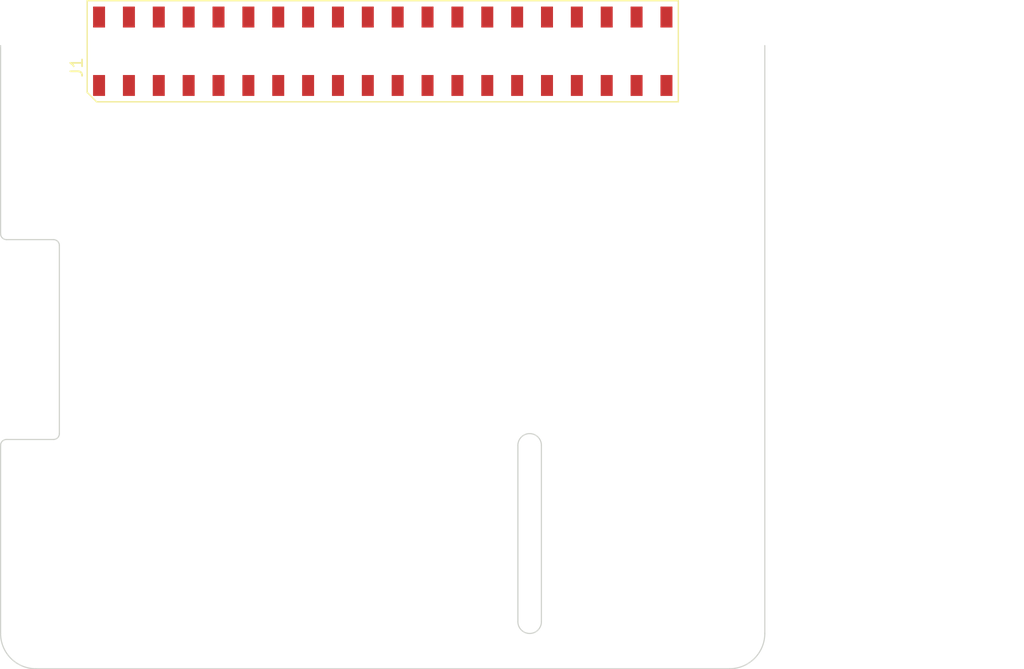
<source format=kicad_pcb>
(kicad_pcb (version 20240108) (generator "pcbnew") (generator_version "8.0")
  (title_block (date "15 nov 2012"))
  (layers (0 "F.Cu" signal) (31 "B.Cu" signal) (34 "B.Paste" user) (35 "F.Paste" user) (36 "B.SilkS" user "B.Silkscreen") (37 "F.SilkS" user "F.Silkscreen") (38 "B.Mask" user) (39 "F.Mask" user) (44 "Edge.Cuts" user))
  (net 0 "")
  (footprint "MountingHole:MountingHole_2.7mm_M2.5" (layer "F.Cu") (at 161.5 47.5)
    (property "Reference" "MH2" (hide yes))
    (property "Value" "MountingHole_2.7mm_M2.5" (hide yes))
    (pad "" np_thru_hole circle (at 0 0) (size 2.7 2.7) (drill 2.7) (layers "*.Cu" "*.Mask"))
  )
  (footprint "MountingHole:MountingHole_2.7mm_M2.5" (layer "F.Cu") (at 103.5 96.5)
    (property "Reference" "MH3" (hide yes))
    (property "Value" "MountingHole_2.7mm_M2.5" (hide yes))
    (pad "" np_thru_hole circle (at 0 0) (size 2.7 2.7) (drill 2.7) (layers "*.Cu" "*.Mask"))
  )
  (footprint "MountingHole:MountingHole_2.7mm_M2.5" (layer "F.Cu") (at 103.5 47.5)
    (property "Reference" "MH1" (hide yes))
    (property "Value" "MountingHole_2.7mm_M2.5" (hide yes))
    (pad "" np_thru_hole circle (at 0 0) (size 2.7 2.7) (drill 2.7) (layers "*.Cu" "*.Mask"))
  )
  (footprint "ch:Harwin M20-7812045" (layer "F.Cu") (at 108.375 48.75 90)
    (property "Reference" "J1" (at -0.1 -1.9 -90) (layer "F.SilkS"))
    (property "Value" "GPIO" (hide yes))
    (fp_line (start 5.57 -1.01) (end 5.57 49.27) (stroke (width 0.12)) (layer "F.SilkS"))
    (fp_line (start -2.23 -1.01) (end 5.57 -1.01) (stroke (width 0.12)) (layer "F.SilkS"))
    (fp_line (start -3.03 -0.21) (end -2.23 -1.01) (stroke (width 0.12)) (layer "F.SilkS"))
    (fp_line (start 5.57 49.27) (end -3.03 49.27) (stroke (width 0.12)) (layer "F.SilkS"))
    (fp_line (start -3.03 49.27) (end -3.03 -0.21) (stroke (width 0.12)) (layer "F.SilkS"))
    (pad "" np_thru_hole circle (at 0 0) (size 1.02 1.02) (drill 1.02) (layers "F&B.Cu"))
    (pad "" np_thru_hole circle (at 0 2.54) (size 1.02 1.02) (drill 1.02) (layers "F&B.Cu"))
    (pad "" np_thru_hole circle (at 0 5.08) (size 1.02 1.02) (drill 1.02) (layers "F&B.Cu"))
    (pad "" np_thru_hole circle (at 0 7.62) (size 1.02 1.02) (drill 1.02) (layers "F&B.Cu"))
    (pad "" np_thru_hole circle (at 0 10.16) (size 1.02 1.02) (drill 1.02) (layers "F&B.Cu"))
    (pad "" np_thru_hole circle (at 0 12.7) (size 1.02 1.02) (drill 1.02) (layers "F&B.Cu"))
    (pad "" np_thru_hole circle (at 0 15.26) (size 1.02 1.02) (drill 1.02) (layers "F&B.Cu"))
    (pad "" np_thru_hole circle (at 0 17.78) (size 1.02 1.02) (drill 1.02) (layers "F&B.Cu"))
    (pad "" np_thru_hole circle (at 0 20.32) (size 1.02 1.02) (drill 1.02) (layers "F&B.Cu"))
    (pad "" np_thru_hole circle (at 0 22.86) (size 1.02 1.02) (drill 1.02) (layers "F&B.Cu"))
    (pad "" np_thru_hole circle (at 0 25.4) (size 1.02 1.02) (drill 1.02) (layers "F&B.Cu"))
    (pad "" np_thru_hole circle (at 0 27.94) (size 1.02 1.02) (drill 1.02) (layers "F&B.Cu"))
    (pad "" np_thru_hole circle (at 0 30.48) (size 1.02 1.02) (drill 1.02) (layers "F&B.Cu"))
    (pad "" np_thru_hole circle (at 0 33.02) (size 1.02 1.02) (drill 1.02) (layers "F&B.Cu"))
    (pad "" np_thru_hole circle (at 0 35.56) (size 1.02 1.02) (drill 1.02) (layers "F&B.Cu"))
    (pad "" np_thru_hole circle (at 0 38.1) (size 1.02 1.02) (drill 1.02) (layers "F&B.Cu"))
    (pad "" np_thru_hole circle (at 0 40.64) (size 1.02 1.02) (drill 1.02) (layers "F&B.Cu"))
    (pad "" np_thru_hole circle (at 0 43.18) (size 1.02 1.02) (drill 1.02) (layers "F&B.Cu"))
    (pad "" np_thru_hole circle (at 0 45.72) (size 1.02 1.02) (drill 1.02) (layers "F&B.Cu"))
    (pad "" np_thru_hole circle (at 0 48.26) (size 1.02 1.02) (drill 1.02) (layers "F&B.Cu"))
    (pad "" np_thru_hole circle (at 1.27 1.27) (size 1.8 1.8) (drill 1.8) (layers "F&B.Cu"))
    (pad "" np_thru_hole circle (at 1.27 46.99) (size 1.8 1.8) (drill 1.8) (layers "F&B.Cu"))
    (pad "" np_thru_hole circle (at 2.54 0) (size 1.02 1.02) (drill 1.02) (layers "F&B.Cu"))
    (pad "" np_thru_hole circle (at 2.54 2.54) (size 1.02 1.02) (drill 1.02) (layers "F&B.Cu"))
    (pad "" np_thru_hole circle (at 2.54 5.08) (size 1.02 1.02) (drill 1.02) (layers "F&B.Cu"))
    (pad "" np_thru_hole circle (at 2.54 7.62) (size 1.02 1.02) (drill 1.02) (layers "F&B.Cu"))
    (pad "" np_thru_hole circle (at 2.54 10.16) (size 1.02 1.02) (drill 1.02) (layers "F&B.Cu"))
    (pad "" np_thru_hole circle (at 2.54 12.7) (size 1.02 1.02) (drill 1.02) (layers "F&B.Cu"))
    (pad "" np_thru_hole circle (at 2.54 15.24) (size 1.02 1.02) (drill 1.02) (layers "F&B.Cu"))
    (pad "" np_thru_hole circle (at 2.54 17.78) (size 1.02 1.02) (drill 1.02) (layers "F&B.Cu"))
    (pad "" np_thru_hole circle (at 2.54 20.32) (size 1.02 1.02) (drill 1.02) (layers "F&B.Cu"))
    (pad "" np_thru_hole circle (at 2.54 22.86) (size 1.02 1.02) (drill 1.02) (layers "F&B.Cu"))
    (pad "" np_thru_hole circle (at 2.54 25.4) (size 1.02 1.02) (drill 1.02) (layers "F&B.Cu"))
    (pad "" np_thru_hole circle (at 2.54 27.94) (size 1.02 1.02) (drill 1.02) (layers "F&B.Cu"))
    (pad "" np_thru_hole circle (at 2.54 30.48) (size 1.02 1.02) (drill 1.02) (layers "F&B.Cu"))
    (pad "" np_thru_hole circle (at 2.54 33.02) (size 1.02 1.02) (drill 1.02) (layers "F&B.Cu"))
    (pad "" np_thru_hole circle (at 2.54 35.56) (size 1.02 1.02) (drill 1.02) (layers "F&B.Cu"))
    (pad "" np_thru_hole circle (at 2.54 38.1) (size 1.02 1.02) (drill 1.02) (layers "F&B.Cu"))
    (pad "" np_thru_hole circle (at 2.54 40.64) (size 1.02 1.02) (drill 1.02) (layers "F&B.Cu"))
    (pad "" np_thru_hole circle (at 2.54 43.18) (size 1.02 1.02) (drill 1.02) (layers "F&B.Cu"))
    (pad "" np_thru_hole circle (at 2.54 45.72) (size 1.02 1.02) (drill 1.02) (layers "F&B.Cu"))
    (pad "" np_thru_hole circle (at 2.54 48.26) (size 1.02 1.02) (drill 1.02) (layers "F&B.Cu"))
    (pad "1" smd rect (at -1.64 0) (size 1.02 1.78) (layers "F.Cu" "F.Paste" "F.Mask"))
    (pad "2" smd rect (at 4.18 0) (size 1.02 1.78) (layers "F.Cu" "F.Paste" "F.Mask"))
    (pad "3" smd rect (at -1.64 2.54) (size 1.02 1.78) (layers "F.Cu" "F.Paste" "F.Mask"))
    (pad "4" smd rect (at 4.18 2.54) (size 1.02 1.78) (layers "F.Cu" "F.Paste" "F.Mask"))
    (pad "5" smd rect (at -1.64 5.08) (size 1.02 1.78) (layers "F.Cu" "F.Paste" "F.Mask"))
    (pad "6" smd rect (at 4.18 5.08) (size 1.02 1.78) (layers "F.Cu" "F.Paste" "F.Mask"))
    (pad "7" smd rect (at -1.64 7.62) (size 1.02 1.78) (layers "F.Cu" "F.Paste" "F.Mask"))
    (pad "8" smd rect (at 4.18 7.62) (size 1.02 1.78) (layers "F.Cu" "F.Paste" "F.Mask"))
    (pad "9" smd rect (at -1.64 10.16) (size 1.02 1.78) (layers "F.Cu" "F.Paste" "F.Mask"))
    (pad "10" smd rect (at 4.18 10.16) (size 1.02 1.78) (layers "F.Cu" "F.Paste" "F.Mask"))
    (pad "11" smd rect (at -1.64 12.7) (size 1.02 1.78) (layers "F.Cu" "F.Paste" "F.Mask"))
    (pad "12" smd rect (at 4.18 12.7) (size 1.02 1.78) (layers "F.Cu" "F.Paste" "F.Mask"))
    (pad "13" smd rect (at -1.64 15.24) (size 1.02 1.78) (layers "F.Cu" "F.Paste" "F.Mask"))
    (pad "14" smd rect (at 4.18 15.24) (size 1.02 1.78) (layers "F.Cu" "F.Paste" "F.Mask"))
    (pad "15" smd rect (at -1.64 17.78) (size 1.02 1.78) (layers "F.Cu" "F.Paste" "F.Mask"))
    (pad "16" smd rect (at 4.18 17.78) (size 1.02 1.78) (layers "F.Cu" "F.Paste" "F.Mask"))
    (pad "17" smd rect (at -1.64 20.32) (size 1.02 1.78) (layers "F.Cu" "F.Paste" "F.Mask"))
    (pad "18" smd rect (at 4.18 20.32) (size 1.02 1.78) (layers "F.Cu" "F.Paste" "F.Mask"))
    (pad "19" smd rect (at -1.64 22.86) (size 1.02 1.78) (layers "F.Cu" "F.Paste" "F.Mask"))
    (pad "20" smd rect (at 4.18 22.86) (size 1.02 1.78) (layers "F.Cu" "F.Paste" "F.Mask"))
    (pad "21" smd rect (at -1.64 25.4) (size 1.02 1.78) (layers "F.Cu" "F.Paste" "F.Mask"))
    (pad "22" smd rect (at 4.18 25.4) (size 1.02 1.78) (layers "F.Cu" "F.Paste" "F.Mask"))
    (pad "23" smd rect (at -1.64 27.94) (size 1.02 1.78) (layers "F.Cu" "F.Paste" "F.Mask"))
    (pad "24" smd rect (at 4.18 27.94) (size 1.02 1.78) (layers "F.Cu" "F.Paste" "F.Mask"))
    (pad "25" smd rect (at -1.64 30.48) (size 1.02 1.78) (layers "F.Cu" "F.Paste" "F.Mask"))
    (pad "26" smd rect (at 4.18 30.48) (size 1.02 1.78) (layers "F.Cu" "F.Paste" "F.Mask"))
    (pad "27" smd rect (at -1.64 33.02) (size 1.02 1.78) (layers "F.Cu" "F.Paste" "F.Mask"))
    (pad "28" smd rect (at 4.18 33.02) (size 1.02 1.78) (layers "F.Cu" "F.Paste" "F.Mask"))
    (pad "29" smd rect (at -1.64 35.56) (size 1.02 1.78) (layers "F.Cu" "F.Paste" "F.Mask"))
    (pad "30" smd rect (at 4.18 35.56) (size 1.02 1.78) (layers "F.Cu" "F.Paste" "F.Mask"))
    (pad "31" smd rect (at -1.64 38.1) (size 1.02 1.78) (layers "F.Cu" "F.Paste" "F.Mask"))
    (pad "32" smd rect (at 4.18 38.1) (size 1.02 1.78) (layers "F.Cu" "F.Paste" "F.Mask"))
    (pad "33" smd rect (at -1.64 40.64) (size 1.02 1.78) (layers "F.Cu" "F.Paste" "F.Mask"))
    (pad "34" smd rect (at 4.18 40.64) (size 1.02 1.78) (layers "F.Cu" "F.Paste" "F.Mask"))
    (pad "35" smd rect (at -1.64 43.18) (size 1.02 1.78) (layers "F.Cu" "F.Paste" "F.Mask"))
    (pad "36" smd rect (at 4.18 43.18) (size 1.02 1.78) (layers "F.Cu" "F.Paste" "F.Mask"))
    (pad "37" smd rect (at -1.64 45.72) (size 1.02 1.78) (layers "F.Cu" "F.Paste" "F.Mask"))
    (pad "38" smd rect (at 4.18 45.72) (size 1.02 1.78) (layers "F.Cu" "F.Paste" "F.Mask"))
    (pad "39" smd rect (at -1.64 48.26) (size 1.02 1.78) (layers "F.Cu" "F.Paste" "F.Mask"))
    (pad "40" smd rect (at 4.18 48.26) (size 1.02 1.78) (layers "F.Cu" "F.Paste" "F.Mask"))
  )
  (footprint "MountingHole:MountingHole_2.7mm_M2.5" (layer "F.Cu") (at 161.5 96.5)
    (property "Reference" "MH4" (hide yes))
    (property "Value" "MountingHole_2.7mm_M2.5" (hide yes))
    (pad "" np_thru_hole circle (at 0 0) (size 2.7 2.7) (drill 2.7) (layers "*.Cu" "*.Mask"))
  )
  (gr_arc (start 100.5 63.5) (mid 100.146447 63.353553) (end 100 63) (stroke (width 0.1)) (layer "Edge.Cuts"))
  (gr_line (start 165 97) (end 165 47) (stroke (width 0.1)) (layer "Edge.Cuts"))
  (gr_line (start 100 47) (end 100 63) (stroke (width 0.1)) (layer "Edge.Cuts"))
  (gr_line (start 146 81) (end 146 96) (stroke (width 0.1)) (layer "Edge.Cuts"))
  (gr_line (start 144 96) (end 144 81) (stroke (width 0.1)) (layer "Edge.Cuts"))
  (gr_arc (start 103 100) (mid 100.87868 99.12132) (end 100 97) (stroke (width 0.1)) (layer "Edge.Cuts"))
  (gr_line (start 103 100) (end 162 100) (stroke (width 0.1)) (layer "Edge.Cuts"))
  (gr_line (start 104.5 80.5) (end 100.5 80.5) (stroke (width 0.1)) (layer "Edge.Cuts"))
  (gr_arc (start 144 81) (mid 145 80) (end 146 81) (stroke (width 0.1)) (layer "Edge.Cuts"))
  (gr_arc (start 100 81) (mid 100.146138 80.646755) (end 100.499127 80.500001) (stroke (width 0.1)) (layer "Edge.Cuts"))
  (gr_arc (start 165 97) (mid 164.12132 99.12132) (end 162 100) (stroke (width 0.1)) (layer "Edge.Cuts"))
  (gr_line (start 105 64) (end 105 80) (stroke (width 0.1)) (layer "Edge.Cuts"))
  (gr_arc (start 146 96) (mid 145 97) (end 144 96) (stroke (width 0.1)) (layer "Edge.Cuts"))
  (gr_line (start 100 81) (end 100 97) (stroke (width 0.1)) (layer "Edge.Cuts"))
  (gr_line (start 100.5 63.5) (end 104.5 63.5) (stroke (width 0.1)) (layer "Edge.Cuts"))
  (gr_arc (start 105 80) (mid 104.853553 80.353553) (end 104.5 80.5) (stroke (width 0.1)) (layer "Edge.Cuts"))
  (gr_arc (start 104.5 63.5) (mid 104.853553 63.646447) (end 105 64) (stroke (width 0.1)) (layer "Edge.Cuts"))
)
</source>
